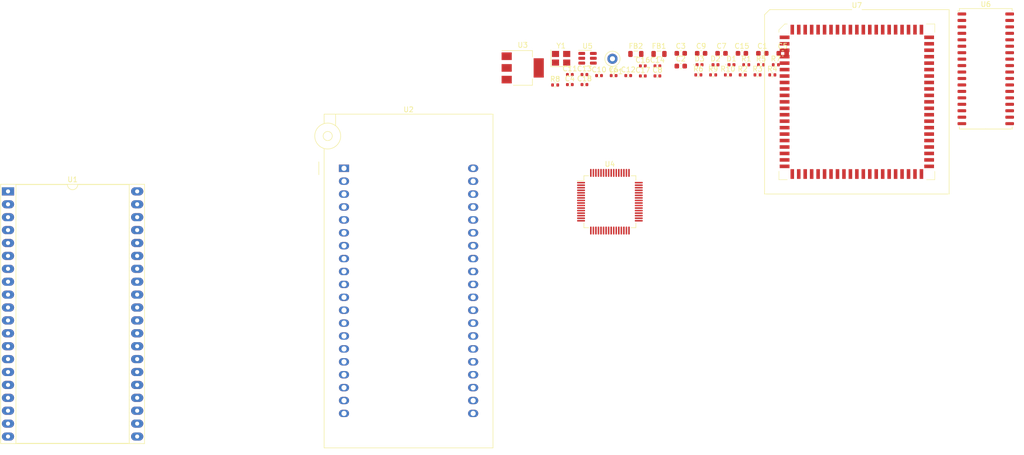
<source format=kicad_pcb>
(kicad_pcb (version 20211014) (generator pcbnew)

  (general
    (thickness 1.6)
  )

  (paper "A4")
  (layers
    (0 "F.Cu" signal)
    (31 "B.Cu" signal)
    (32 "B.Adhes" user "B.Adhesive")
    (33 "F.Adhes" user "F.Adhesive")
    (34 "B.Paste" user)
    (35 "F.Paste" user)
    (36 "B.SilkS" user "B.Silkscreen")
    (37 "F.SilkS" user "F.Silkscreen")
    (38 "B.Mask" user)
    (39 "F.Mask" user)
    (40 "Dwgs.User" user "User.Drawings")
    (41 "Cmts.User" user "User.Comments")
    (42 "Eco1.User" user "User.Eco1")
    (43 "Eco2.User" user "User.Eco2")
    (44 "Edge.Cuts" user)
    (45 "Margin" user)
    (46 "B.CrtYd" user "B.Courtyard")
    (47 "F.CrtYd" user "F.Courtyard")
    (48 "B.Fab" user)
    (49 "F.Fab" user)
    (50 "User.1" user)
    (51 "User.2" user)
    (52 "User.3" user)
    (53 "User.4" user)
    (54 "User.5" user)
    (55 "User.6" user)
    (56 "User.7" user)
    (57 "User.8" user)
    (58 "User.9" user)
  )

  (setup
    (pad_to_mask_clearance 0)
    (pcbplotparams
      (layerselection 0x00010fc_ffffffff)
      (disableapertmacros false)
      (usegerberextensions false)
      (usegerberattributes true)
      (usegerberadvancedattributes true)
      (creategerberjobfile true)
      (svguseinch false)
      (svgprecision 6)
      (excludeedgelayer true)
      (plotframeref false)
      (viasonmask false)
      (mode 1)
      (useauxorigin false)
      (hpglpennumber 1)
      (hpglpenspeed 20)
      (hpglpendiameter 15.000000)
      (dxfpolygonmode true)
      (dxfimperialunits true)
      (dxfusepcbnewfont true)
      (psnegative false)
      (psa4output false)
      (plotreference true)
      (plotvalue true)
      (plotinvisibletext false)
      (sketchpadsonfab false)
      (subtractmaskfromsilk false)
      (outputformat 1)
      (mirror false)
      (drillshape 1)
      (scaleselection 1)
      (outputdirectory "")
    )
  )

  (net 0 "")
  (net 1 "VDD5V")
  (net 2 "GND")
  (net 3 "VDD3V3")
  (net 4 "/OSCI")
  (net 5 "VDD1V8")
  (net 6 "/OSCO")
  (net 7 "Net-(C7-Pad1)")
  (net 8 "Net-(C10-Pad1)")
  (net 9 "Net-(D1-Pad2)")
  (net 10 "/FT_nRXLED")
  (net 11 "Net-(D2-Pad2)")
  (net 12 "/FT_nTXLED")
  (net 13 "Net-(D3-Pad2)")
  (net 14 "Net-(R2-Pad1)")
  (net 15 "EE_CS")
  (net 16 "Net-(R3-Pad1)")
  (net 17 "EE_CLK")
  (net 18 "Net-(R4-Pad1)")
  (net 19 "EE_DATA")
  (net 20 "Net-(R5-Pad1)")
  (net 21 "Net-(R6-Pad1)")
  (net 22 "Net-(R7-Pad2)")
  (net 23 "Net-(R8-Pad2)")
  (net 24 "unconnected-(U2-Pad1)")
  (net 25 "unconnected-(U2-Pad2)")
  (net 26 "unconnected-(U2-Pad3)")
  (net 27 "unconnected-(U2-Pad4)")
  (net 28 "unconnected-(U2-Pad5)")
  (net 29 "unconnected-(U2-Pad6)")
  (net 30 "unconnected-(U2-Pad7)")
  (net 31 "unconnected-(U2-Pad8)")
  (net 32 "unconnected-(U2-Pad9)")
  (net 33 "unconnected-(U2-Pad10)")
  (net 34 "unconnected-(U2-Pad11)")
  (net 35 "unconnected-(U2-Pad12)")
  (net 36 "unconnected-(U2-Pad13)")
  (net 37 "unconnected-(U2-Pad14)")
  (net 38 "unconnected-(U2-Pad15)")
  (net 39 "unconnected-(U2-Pad16)")
  (net 40 "unconnected-(U2-Pad17)")
  (net 41 "unconnected-(U2-Pad18)")
  (net 42 "unconnected-(U2-Pad19)")
  (net 43 "unconnected-(U2-Pad20)")
  (net 44 "unconnected-(U2-Pad21)")
  (net 45 "unconnected-(U2-Pad22)")
  (net 46 "unconnected-(U2-Pad23)")
  (net 47 "unconnected-(U2-Pad24)")
  (net 48 "unconnected-(U2-Pad25)")
  (net 49 "unconnected-(U2-Pad26)")
  (net 50 "unconnected-(U2-Pad27)")
  (net 51 "unconnected-(U2-Pad28)")
  (net 52 "unconnected-(U2-Pad29)")
  (net 53 "unconnected-(U2-Pad30)")
  (net 54 "unconnected-(U2-Pad31)")
  (net 55 "unconnected-(U2-Pad32)")
  (net 56 "unconnected-(U2-Pad33)")
  (net 57 "unconnected-(U2-Pad34)")
  (net 58 "unconnected-(U2-Pad35)")
  (net 59 "unconnected-(U2-Pad36)")
  (net 60 "unconnected-(U2-Pad37)")
  (net 61 "unconnected-(U2-Pad38)")
  (net 62 "unconnected-(U2-Pad39)")
  (net 63 "unconnected-(U2-Pad40)")
  (net 64 "USB_DM")
  (net 65 "USB_DP")
  (net 66 "unconnected-(U4-Pad16)")
  (net 67 "unconnected-(U4-Pad17)")
  (net 68 "unconnected-(U4-Pad18)")
  (net 69 "unconnected-(U4-Pad19)")
  (net 70 "unconnected-(U4-Pad21)")
  (net 71 "unconnected-(U4-Pad22)")
  (net 72 "unconnected-(U4-Pad23)")
  (net 73 "unconnected-(U4-Pad24)")
  (net 74 "unconnected-(U4-Pad26)")
  (net 75 "unconnected-(U4-Pad27)")
  (net 76 "unconnected-(U4-Pad28)")
  (net 77 "unconnected-(U4-Pad29)")
  (net 78 "unconnected-(U4-Pad30)")
  (net 79 "unconnected-(U4-Pad32)")
  (net 80 "unconnected-(U4-Pad33)")
  (net 81 "unconnected-(U4-Pad34)")
  (net 82 "unconnected-(U4-Pad36)")
  (net 83 "unconnected-(U4-Pad38)")
  (net 84 "unconnected-(U4-Pad39)")
  (net 85 "unconnected-(U4-Pad40)")
  (net 86 "unconnected-(U4-Pad41)")
  (net 87 "unconnected-(U4-Pad43)")
  (net 88 "unconnected-(U4-Pad44)")
  (net 89 "unconnected-(U4-Pad45)")
  (net 90 "unconnected-(U4-Pad46)")
  (net 91 "unconnected-(U4-Pad48)")
  (net 92 "unconnected-(U4-Pad52)")
  (net 93 "unconnected-(U4-Pad53)")
  (net 94 "unconnected-(U4-Pad57)")
  (net 95 "unconnected-(U4-Pad58)")
  (net 96 "unconnected-(U4-Pad59)")
  (net 97 "unconnected-(U4-Pad60)")
  (net 98 "Net-(U5-Pad4)")
  (net 99 "Net-(F1-Pad2)")
  (net 100 "Net-(U5-Pad6)")
  (net 101 "unconnected-(U6-Pad1)")
  (net 102 "unconnected-(U6-Pad2)")
  (net 103 "unconnected-(U6-Pad3)")
  (net 104 "unconnected-(U6-Pad4)")
  (net 105 "unconnected-(U6-Pad5)")
  (net 106 "unconnected-(U6-Pad6)")
  (net 107 "unconnected-(U6-Pad7)")
  (net 108 "unconnected-(U6-Pad8)")
  (net 109 "unconnected-(U6-Pad9)")
  (net 110 "unconnected-(U6-Pad10)")
  (net 111 "unconnected-(U6-Pad11)")
  (net 112 "unconnected-(U6-Pad12)")
  (net 113 "unconnected-(U6-Pad13)")
  (net 114 "unconnected-(U6-Pad14)")
  (net 115 "unconnected-(U6-Pad15)")
  (net 116 "unconnected-(U6-Pad16)")
  (net 117 "unconnected-(U6-Pad17)")
  (net 118 "unconnected-(U6-Pad18)")
  (net 119 "unconnected-(U6-Pad19)")
  (net 120 "unconnected-(U6-Pad20)")
  (net 121 "unconnected-(U6-Pad21)")
  (net 122 "unconnected-(U6-Pad22)")
  (net 123 "unconnected-(U6-Pad23)")
  (net 124 "unconnected-(U6-Pad24)")
  (net 125 "unconnected-(U6-Pad25)")
  (net 126 "unconnected-(U6-Pad26)")
  (net 127 "unconnected-(U6-Pad27)")
  (net 128 "unconnected-(U6-Pad28)")
  (net 129 "unconnected-(U6-Pad29)")
  (net 130 "unconnected-(U6-Pad30)")
  (net 131 "unconnected-(U6-Pad31)")
  (net 132 "unconnected-(U6-Pad32)")
  (net 133 "unconnected-(U7-Pad1)")
  (net 134 "unconnected-(U7-Pad2)")
  (net 135 "unconnected-(U7-Pad3)")
  (net 136 "unconnected-(U7-Pad4)")
  (net 137 "unconnected-(U7-Pad5)")
  (net 138 "unconnected-(U7-Pad6)")
  (net 139 "unconnected-(U7-Pad7)")
  (net 140 "unconnected-(U7-Pad8)")
  (net 141 "unconnected-(U7-Pad9)")
  (net 142 "unconnected-(U7-Pad10)")
  (net 143 "unconnected-(U7-Pad11)")
  (net 144 "unconnected-(U7-Pad12)")
  (net 145 "unconnected-(U7-Pad13)")
  (net 146 "unconnected-(U7-Pad14)")
  (net 147 "unconnected-(U7-Pad15)")
  (net 148 "unconnected-(U7-Pad16)")
  (net 149 "unconnected-(U7-Pad17)")
  (net 150 "unconnected-(U7-Pad18)")
  (net 151 "unconnected-(U7-Pad19)")
  (net 152 "unconnected-(U7-Pad20)")
  (net 153 "unconnected-(U7-Pad21)")
  (net 154 "unconnected-(U7-Pad22)")
  (net 155 "unconnected-(U7-Pad23)")
  (net 156 "unconnected-(U7-Pad24)")
  (net 157 "unconnected-(U7-Pad25)")
  (net 158 "unconnected-(U7-Pad26)")
  (net 159 "unconnected-(U7-Pad27)")
  (net 160 "unconnected-(U7-Pad28)")
  (net 161 "unconnected-(U7-Pad29)")
  (net 162 "unconnected-(U7-Pad30)")
  (net 163 "unconnected-(U7-Pad31)")
  (net 164 "unconnected-(U7-Pad32)")
  (net 165 "unconnected-(U7-Pad33)")
  (net 166 "unconnected-(U7-Pad34)")
  (net 167 "unconnected-(U7-Pad35)")
  (net 168 "unconnected-(U7-Pad36)")
  (net 169 "unconnected-(U7-Pad37)")
  (net 170 "unconnected-(U7-Pad38)")
  (net 171 "unconnected-(U7-Pad39)")
  (net 172 "unconnected-(U7-Pad40)")
  (net 173 "unconnected-(U7-Pad41)")
  (net 174 "unconnected-(U7-Pad42)")
  (net 175 "unconnected-(U7-Pad43)")
  (net 176 "unconnected-(U7-Pad44)")
  (net 177 "unconnected-(U7-Pad45)")
  (net 178 "unconnected-(U7-Pad46)")
  (net 179 "unconnected-(U7-Pad47)")
  (net 180 "unconnected-(U7-Pad48)")
  (net 181 "unconnected-(U7-Pad49)")
  (net 182 "unconnected-(U7-Pad50)")
  (net 183 "unconnected-(U7-Pad51)")
  (net 184 "unconnected-(U7-Pad52)")
  (net 185 "unconnected-(U7-Pad53)")
  (net 186 "unconnected-(U7-Pad54)")
  (net 187 "unconnected-(U7-Pad55)")
  (net 188 "unconnected-(U7-Pad56)")
  (net 189 "unconnected-(U7-Pad57)")
  (net 190 "unconnected-(U7-Pad58)")
  (net 191 "unconnected-(U7-Pad59)")
  (net 192 "unconnected-(U7-Pad60)")
  (net 193 "unconnected-(U7-Pad61)")
  (net 194 "unconnected-(U7-Pad62)")
  (net 195 "unconnected-(U7-Pad63)")
  (net 196 "unconnected-(U7-Pad64)")
  (net 197 "unconnected-(U7-Pad65)")
  (net 198 "unconnected-(U7-Pad66)")
  (net 199 "unconnected-(U7-Pad67)")
  (net 200 "unconnected-(U7-Pad68)")
  (net 201 "unconnected-(U7-Pad69)")
  (net 202 "unconnected-(U7-Pad70)")
  (net 203 "unconnected-(U7-Pad71)")
  (net 204 "unconnected-(U7-Pad72)")
  (net 205 "unconnected-(U7-Pad73)")
  (net 206 "unconnected-(U7-Pad74)")
  (net 207 "unconnected-(U7-Pad75)")
  (net 208 "unconnected-(U7-Pad76)")
  (net 209 "unconnected-(U7-Pad77)")
  (net 210 "unconnected-(U7-Pad78)")
  (net 211 "unconnected-(U7-Pad79)")
  (net 212 "unconnected-(U7-Pad80)")
  (net 213 "unconnected-(U7-Pad81)")
  (net 214 "unconnected-(U7-Pad82)")
  (net 215 "unconnected-(U7-Pad83)")
  (net 216 "unconnected-(U7-Pad84)")
  (net 217 "unconnected-(U1-Pad1)")
  (net 218 "unconnected-(U1-Pad2)")
  (net 219 "unconnected-(U1-Pad3)")
  (net 220 "unconnected-(U1-Pad4)")
  (net 221 "unconnected-(U1-Pad5)")
  (net 222 "unconnected-(U1-Pad6)")
  (net 223 "unconnected-(U1-Pad7)")
  (net 224 "unconnected-(U1-Pad8)")
  (net 225 "unconnected-(U1-Pad9)")
  (net 226 "unconnected-(U1-Pad10)")
  (net 227 "unconnected-(U1-Pad11)")
  (net 228 "unconnected-(U1-Pad12)")
  (net 229 "unconnected-(U1-Pad13)")
  (net 230 "unconnected-(U1-Pad14)")
  (net 231 "unconnected-(U1-Pad15)")
  (net 232 "unconnected-(U1-Pad16)")
  (net 233 "unconnected-(U1-Pad17)")
  (net 234 "unconnected-(U1-Pad18)")
  (net 235 "unconnected-(U1-Pad19)")
  (net 236 "unconnected-(U1-Pad20)")
  (net 237 "unconnected-(U1-Pad21)")
  (net 238 "unconnected-(U1-Pad22)")
  (net 239 "unconnected-(U1-Pad23)")
  (net 240 "unconnected-(U1-Pad24)")
  (net 241 "unconnected-(U1-Pad25)")
  (net 242 "unconnected-(U1-Pad26)")
  (net 243 "unconnected-(U1-Pad27)")
  (net 244 "unconnected-(U1-Pad28)")
  (net 245 "unconnected-(U1-Pad29)")
  (net 246 "unconnected-(U1-Pad30)")
  (net 247 "unconnected-(U1-Pad31)")
  (net 248 "unconnected-(U1-Pad32)")
  (net 249 "unconnected-(U1-Pad33)")
  (net 250 "unconnected-(U1-Pad34)")
  (net 251 "unconnected-(U1-Pad35)")
  (net 252 "unconnected-(U1-Pad36)")
  (net 253 "unconnected-(U1-Pad37)")
  (net 254 "unconnected-(U1-Pad38)")
  (net 255 "unconnected-(U1-Pad39)")
  (net 256 "unconnected-(U1-Pad40)")

  (footprint "Resistor_SMD:R_0402_1005Metric" (layer "F.Cu") (at 197.804 55.04))

  (footprint "Capacitor_SMD:C_0402_1005Metric" (layer "F.Cu") (at 157.984 54.98))

  (footprint "LED_SMD:LED_0402_1005Metric" (layer "F.Cu") (at 189.769 53.05))

  (footprint "Capacitor_SMD:C_0603_1608Metric" (layer "F.Cu") (at 199.844 50.8))

  (footprint "Resistor_SMD:R_0402_1005Metric" (layer "F.Cu") (at 155.094 57.03))

  (footprint "Capacitor_SMD:C_0402_1005Metric" (layer "F.Cu") (at 157.984 56.95))

  (footprint "Package_TO_SOT_SMD:SOT-223-3_TabPin2" (layer "F.Cu") (at 148.714 53.67))

  (footprint "Capacitor_SMD:C_0402_1005Metric" (layer "F.Cu") (at 160.854 56.95))

  (footprint "Capacitor_SMD:C_0402_1005Metric" (layer "F.Cu") (at 172.334 53.28))

  (footprint "Capacitor_SMD:C_0603_1608Metric" (layer "F.Cu") (at 183.804 50.8))

  (footprint "Capacitor_SMD:C_0603_1608Metric" (layer "F.Cu") (at 187.814 50.8))

  (footprint "Inductor_SMD:L_0805_2012Metric" (layer "F.Cu") (at 175.514 50.92))

  (footprint "Resistor_SMD:R_0402_1005Metric" (layer "F.Cu") (at 191.984 55.04))

  (footprint "Package_SO:SOJ-36_10.16x23.49mm_P1.27mm" (layer "F.Cu") (at 239.776 53.848))

  (footprint "Package_QFP:LQFP-64_10x10mm_P0.5mm" (layer "F.Cu") (at 165.862 80.01))

  (footprint "Capacitor_SMD:C_0402_1005Metric" (layer "F.Cu") (at 169.464 55.18))

  (footprint "Capacitor_SMD:C_0402_1005Metric" (layer "F.Cu") (at 166.594 55.18))

  (footprint "Socket:DIP_Socket-40_W22.1_W22.86_W25.4_W27.94_W28.7_3M_240-3639-00-0602J" (layer "F.Cu") (at 113.569 73.43))

  (footprint "LED_SMD:LED_0402_1005Metric" (layer "F.Cu") (at 183.489 53.05))

  (footprint "Capacitor_SMD:C_0402_1005Metric" (layer "F.Cu") (at 163.724 55.18))

  (footprint "TestPoint:TestPoint_Loop_D1.80mm_Drill1.0mm_Beaded" (layer "F.Cu") (at 166.364 51.87))

  (footprint "Inductor_SMD:L_0805_2012Metric" (layer "F.Cu") (at 170.964 50.92))

  (footprint "Resistor_SMD:R_0402_1005Metric" (layer "F.Cu") (at 192.674 53.05))

  (footprint "Capacitor_SMD:C_0402_1005Metric" (layer "F.Cu") (at 172.334 55.25))

  (footprint "Package_TO_SOT_SMD:SOT-23-6" (layer "F.Cu") (at 161.464 51.77))

  (footprint "Capacitor_SMD:C_0402_1005Metric" (layer "F.Cu") (at 160.854 54.98))

  (footprint "LED_SMD:LED_0402_1005Metric" (layer "F.Cu") (at 186.629 53.05))

  (footprint "Resistor_SMD:R_0402_1005Metric" (layer "F.Cu") (at 195.584 53.05))

  (footprint "Resistor_SMD:R_0402_1005Metric" (layer "F.Cu") (at 189.074 55.04))

  (footprint "Capacitor_SMD:C_0402_1005Metric" (layer "F.Cu") (at 175.204 55.25))

  (footprint "Capacitor_SMD:C_0603_1608Metric" (layer "F.Cu") (at 191.824 50.8))

  (footprint "Resistor_SMD:R_0402_1005Metric" (layer "F.Cu") (at 194.894 55.04))

  (footprint "Resistor_SMD:R_0402_1005Metric" (layer "F.Cu") (at 198.494 53.05))

  (footprint "Capacitor_SMD:C_0402_1005Metric" (layer "F.Cu") (at 175.204 53.28))

  (footprint "Package_DIP:DIP-40_W25.4mm_Socket_LongPads" (layer "F.Cu") (at 47.498 77.978))

  (footprint "Capacitor_SMD:C_0603_1608Metric" (layer "F.Cu") (at 195.834 50.8))

  (footprint "Crystal:Crystal_SMD_3225-4Pin_3.2x2.5mm" (layer "F.Cu") (at 156.264 51.77))

  (footprint "Capacitor_SMD:C_0603_1608Metric" (layer "F.Cu") (at 179.794 53.31))

  (footprint "Resistor_SMD:R_0402_1005Metric" (layer "F.Cu") (at 186.164 55.04))

  (footprint "Resistor_SMD:R_0402_1005Metric" (layer "F.Cu") (at 183.254 55.04))

  (footprint "Package_LCC:PLCC-84_SMD-Socket" (layer "F.Cu")
    (tedit 5A02ECC8) (tstamp f6ce80ee-e3a4-4d9d-b646-26562b88ae95)
    (at 214.426 60.348)
    (descr "PLCC, 84 pins, surface mount")
    (tags "plcc smt")
    (property "MANUFACTURER" "Microchip")
    (property "Sheetfile" "File: Z80ICE.kicad_sch")
    (property "Sheetname" "")
    (path "/d01cfa5a-bf72-4cdd-9fb9-741f9ede43bb")
    (attr smd)
    (fp_text reference "U7" (at 0 -19) (layer "F.SilkS")
      (effects (font (size 1 1) (thickness 0.15)))
      (tstamp c130dbdb-6dc0-42dc-a126-1c26347e64a6)
    )
    (fp_text value "ATF1508ASL-25AU100" (at 0 19) (layer "F.Fab")
      (effects (font (size 1 1) (thickness 0.15)))
      (tstamp f3dac156-513d-4787-bfd4-fa262255847b)
    )
    (fp_text user "${REFERENCE}" (at 0 0) (layer "F.Fab")
      (effects (font (size 1 1) (thickness 0.15)))
      (tstamp ca065f69-9b86-47f9-900f-f4a7bf93f754)
    )
    (fp_line (start -14.175 -15.325) (end -15.325 -14.175) (layer "F.SilkS") (width 0.1) (tstamp 00525909-08a1-4659-93db-9c6fc9c37c9f))
    (fp_line (start -15.325 -14.175) (end -15.325 -13.675) (layer "F.SilkS") (width 0.1) (tstamp 08ea24e1-e85f-4852-8705-38edbb3d8252))
    (fp_line (start 18.15 -18.15) (end 1 -18.15) (layer "F.SilkS") (width 0.12) (tstamp 126debea-4f0f-4684-ad03-132aea8ad2bd))
    (fp_line (start -1 -18.15) (end -17.15 -18.15) (layer "F.SilkS") (width 0.12) (tstamp 1c2733a0-b7c2-4c19-934b-fdc1605e9945))
    (fp_line (start 15.325 -15.325) (end 15.325 -13.675) (layer "F.SilkS") (width 0.1) (tstamp 53a523f1-7a8a-4d44-a7f5-03c5a657d8a4))
    (fp_line (start 13.675 -15.325) (end 15.325 -15.325) (layer "F.SilkS") (width 0.1) (tstamp 6cde9f8b-5853-4d88-8da5-154c9f6422dc))
    (fp_line (start -18.15 18.15) (end 18.15 18.15) (layer "F.SilkS") (width 0.12) (tstamp 8105732b-30d5-470f-b445-6d106e4cad68))
    (fp_line (start -13.675 -15.325) (end -14.175 -15.325) (layer "F.SilkS") (width 0.1) (tstamp 8274a9e4-0662-4322-aad0-82e111d029ed))
    (fp_line (start -13.675 15.325) (end -15.325 15.325) (layer "F.SilkS") (width 0.1) (tstamp 85c4ed3c-5ecf-4166-a0cf-2130938b044d))
    (fp_line (start -15.325 15.325) (end -15.325 13.675) (layer "F.SilkS") (width 0.1) (tstamp c1dbeb90-81b1-4041-a5da-f17134bfb426))
    (fp_line (start -18.15 -17.15) (end -18.15 18.15) (layer "F.SilkS") (width 0.12) (tstamp dcc5c27f-af94-4dc5-bb82-448200a8c51e))
    (fp_line (start 13.675 15.325) (end 15.325 15.325) (layer "F.SilkS") (width 0.1) (tstamp f3d2e238-3902-418d-ad62-2cdc4df70b28))
    (fp_line (start 18.15 18.15) (end 18.15 -18.15) (layer "F.SilkS") (width 0.12) (tstamp f7c4e0bd-02fa-4b1d-b646-818ce7a1ccf5))
    (fp_line (start -17.15 -18.15) (end -18.15 -17.15) (layer "F.SilkS") (width 0.12) (tstamp f873c2a5-6a9c-4a55-b040-3837b70c5d2d))
    (fp_line (start 15.325 15.325) (end 15.325 13.675) (layer "F.SilkS") (width 0.1) (tstamp f99cf172-76c0-470c-a494-2db2c278f13c))
    (fp_line (start 18.5 -18.5) (end -18.5 -18.5) (layer "F.CrtYd") (width 0.05) (tstamp 62227ac4-85e0-421a-9acc-e782dc78fdc9))
    (fp_line (start 18.5 18.5) (end 18.5 -18.5) (layer "F.CrtYd") (width 0.05) (tstamp 6fa6a631-35e3-4426-8e01-9916993dec77))
    (fp_line (start -18.5 18.5) (end 18.5 18.5) (layer "F.CrtYd") (width 0.05) (tstamp 7258f842-336f-48dd-81c1-ebf878ef9a3a))
    (fp_line (start -18.5 -18.5) (end -18.5 18.5) (layer "F.CrtYd") (width 0.05) (tstamp e44d75d6-a7b0-46e2-874d-8cb06d17846b))
    (fp_line (start -16.73 16.73) (end 16.73 16.73) (layer "F.Fab") (width 0.1) (tstamp 06555a6b-b2ac-464e-9909-140b44920d4f))
    (fp_line (start -18 18) (end 18 18) (layer "F.Fab") (width 0.1) (tstamp 0ac35abd-f6c7-454a-8d88-ebdb1307fec7))
    (fp_line (start -18 -17) (end -18 18) (layer "F.Fab") (width 0.1) (tstamp 336567ab-a14d-4094-a2ec-efe4548a06b1))
    (fp_line (start -15.175 -14.175) (end -15.175 15.175) (layer "F.Fab") (width 0.1) (tstamp 372261b5-3d41-410d-a104-f0edb75dafd9))
    (fp_line (start 16.73 16.73) (end 16.73 -16.73) (layer "F.Fab") (width 0.1) (tstamp 3fe4de9b-9061-4dad-a567-4ce231745b92))
    (fp_line (start 16.73 -16.73) (end -16.73 -16.73) (layer "F.Fab") (width 0.1) (tstamp 535814a8-ad73-468d-a1f3-4a85fc8130fc))
    (fp_line (start 15.175 -15.175) (end -14.175 -15.175) (layer "F.Fab") (width 0.1) (tstamp 53ce35db-3ae4-47ca-a765-822df74345f5))
    (fp_line (start -17 -18) (end -18 -17) (layer "F.Fab") (width 0.1) (tstamp 607ff64f-f9c9-4b2e-9b18-9bc70e109a46))
    (fp_line (start -0.5 -18) (end 0 -17) (layer "F.Fab") (width 0.1) (tstamp 7776d962-19d2-44ae-8198-168abe6e78f5))
    (fp_line (start -14.175 -15.175) (end -15.175 -14.175) (layer "F.Fab") (width 0.1) (tstamp 80edf9a1-24be-4321-bc4c-527a79f9a253))
    (fp_line (start 18 -18) (end -17 -18) (layer "F.Fab") (width 0.1) (tstamp 88e583ab-f422-465c-b8fa-44f4bf8ba910))
    (fp_line (start 18 18) (end 18 -18) (layer "F.Fab") (width 0.1) (tstamp acbf0ef0-f2a4-4397-b847-1942abc0e995))
    (fp_line (start 15.175 15.175) (end 15.175 -15.175) (layer "F.Fab") (width 0.1) (tstamp b540fb5d-2488-4adc-84c9-7a394584d16a))
    (fp_line (start -16.73 -16.73) (end -16.73 16.73) (layer "F.Fab") (width 0.1) (tstamp dfa6729b-30e0-45dc-a073-efefea1a3527))
    (fp_line (start -15.175 15.175) (end 15.175 15.175) (layer "F.Fab") (width 0.1) (tstamp e7440f7e-a7e5-4f8c-8ad9-0d429a3c1edd))
    (fp_line (start 0 -17) (end 0.5 -18) (layer "F.Fab") (width 0.1) (tstamp f37c88c1-5516-402c-995e-f38c635ae5ff))
    (pad "1" smd rect (at 0 -14.2125) (size 0.7 1.925) (layers "F.Cu" "F.Paste" "F.Mask")
      (net 133 "unconnected-(U7-Pad1)") (pinfunction "I/1/GCLR") (pintype "bidirectional") (tstamp af061e56-1bfc-48bb-a351-21f33ee18535))
    (pad "2" smd rect (at -1.27 -14.2125) (size 0.7 1.925) (layers "F.Cu" "F.Paste" "F.Mask")
      (net 134 "unconnected-(U7-Pad2)") (pinfunction "I/2/OE2/GCLK2") (pintype "bidirectional") (tstamp d0778dd8-f677-4d7e-9ce7-7e5cba57dff3))
    (pad "3" smd rect (at -2.54 -14.2125) (size 0.7 1.925) (layers "F.Cu" "F.Paste" "F.Mask")
      (net 135 "unconnected-(U7-Pad3)") (pinfunction "VCCINT") (pintype "power_in") (tstamp 8ebfed92-5b06-4d88-a9b4-2abb3c6361c5))
    (pad "4" smd rect (at -3.81 -14.2125) (size 0.7 1.925) (layers "F.Cu" "F.Paste" "F.Mask")
      (net 136 "unconnected-(U7-Pad4)") (pinfunction "I/O/4") (pintype "bidirectional") (tstamp 6dbc645d-faa6-46fb-bc08-3aaa0ab54088))
    (pad "5" smd rect (at -5.08 -14.2125) (size 0.7 1.925) (layers "F.Cu" "F.Paste" "F.Mask")
      (net 137 "unconnected-(U7-Pad5)") (pinfunction "I/O/5") (pintype "bidirectional") (tstamp e77e3af2-396b-4bb6-8ad4-bd1de0c89a5b))
    (pad "6" smd rect (at -6.35 -14.2125) (size 0.7 1.925) (layers "F.Cu" "F.Paste" "F.Mask")
      (net 138 "unconnected-(U7-Pad6)") (pinfunction "I/O/6") (pintype "bidirectional") (tstamp 0982b255-f6db-4d70-ae9d-ae96b456c465))
    (pad "7" smd rect (at -7.62 -14.2125) (size 0.7 1.925) (layers "F.Cu" "F.Paste" "F.Mask")
      (net 139 "unconnected-(U7-Pad7)") (pinfunction "GND") (pintype "power_in") (tstamp 63a0d6a6-6848-4506-95ed-be6345d26c74))
    (pad "8" smd rect (at -8.89 -14.2125) (size 0.7 1.925) (layers "F.Cu" "F.Paste" "F.Mask")
      (net 140 "unconnected-(U7-Pad8)") (pinfunction "I/O/8") (pintype "bidirectional") (tstamp e492fa6e-c25f-429f-ad06-2549384c07a0))
    (pad "9" smd rect (at -10.16 -14.2125) (size 0.7 1.925) (layers "F.Cu" "F.Paste" "F.Mask")
      (net 141 "unconnected-(U7-Pad9)") (pinfunction "I/O/9") (pintype "bidirectional") (tstamp 1e3178bc-a52a-4e22-adb3-169abb8f149b))
    (pad "10" smd rect (at -11.43 -14.2125) (size 0.7 1.925) (layers "F.Cu" "F.Paste" "F.Mask")
      (net 142 "unconnected-(U7-Pad10)") (pinfunction "I/O/10") (pintype "bidirectional") (tstamp d0cb7085-39e3-4c19-b75b-08b41ad5fe04))
    (pad "11" smd rect (at -12.7 -14.2125) (size 0.7 1.925) (layers "F.Cu" "F.Paste" "F.Mask")
      (net 143 "unconnected-(U7-Pad11)") (pinfunction "I/O/11") (pintype "bidirectional") (tstamp afed2ab1-5a3d-405b-8601-0656d90fb56a))
    (pad "12" smd rect (at -14.2125 -12.7) (size 1.925 0.7) (layers "F.Cu" "F.Paste" "F.Mask")
      (net 144 "unconnected-(U7-Pad12)") (pinfunction "I/O/12/PD1") (pintype "bidirectional") (tstamp 2fbd7805-5469-4a21-a44b-f5b145f07f5c))
    (pad "13" smd rect (at -14.2125 -11.43) (size 1.925 0.7) (layers "F.Cu" "F.Paste" "F.Mask")
      (net 145 "unconnected-(U7-Pad13)") (pinfunction "VCCIO") (pintype "power_in") (tstamp ebaa9eee-b484-4d97-93a6-41e3a2516847))
    (pad "14" smd rect (at -14.2125 -10.16) (size 1.925 0.7) (layers "F.Cu" "F.Paste" "F.Mask")
      (net 146 "unconnected-(U7-Pad14)") (pinfunction "I/O/14/TDI") (pintype "bidirectional") (tstamp 83fb191d-0ac7-4875-a573-e95de4beafaf))
    (pad "15" smd rect (at -14.2125 -8.89) (size 1.925 0.7) (layers "F.Cu" "F.Paste" "F.Mask")
      (net 147 "unconnected-(U7-Pad15)") (pinfunction "I/O/15") (pintype "bidirectional") (tstamp a2187c4e-dc19-4c47-8281-4276d107df15))
    (pad "16" smd rect (at -14.2125 -7.62) (size 1.925 0.7) (layers "F.Cu" "F.Paste" "F.Mask")
      (net 148 "unconnected-(U7-Pad16)") (pinfunction "I/O/16") (pintype "bidirectional") (tstamp 560ec3f4-cbff-410a-88eb-6635963bdb62))
    (pad "17" smd rect (at -14.2125 -6.35) (size 1.925 0.7) (layers "F.Cu" "F.Paste" "F.Mask")
      (net 149 "unconnected-(U7-Pad17)") (pinfunction "I/O/17") (pintype "bidirectional") (tstamp 56ba3e97-ecf6-45ac-946d-22b77ec38713))
    (pad "18" smd rect (at -14.2125 -5.08) (size 1.925 0.7) (layers "F.Cu" "F.Paste" "F.Mask")
      (net 150 "unconnected-(U7-Pad18)") (pinfunction "I/O/18") (pintype "bidirectional") (tstamp 0bbc182e-a53f-484b-902d-9562dd6ec97f))
    (pad "19" smd rect (at -14.2125 -3.81) (size 1.925 0.7) (layers "F.Cu" "F.Paste" "F.Mask")
      (net 151 "unconnected-(U7-Pad19)") (pinfunction "GND") (pintype "power_in") (tstamp 20087f07-cd80-4b70-afa2-ec205e3015c9))
    (pad "20" smd rect (at -14.2125 -2.54) (size 1.925 0.7) (layers "F.Cu" "F.Paste" "F.Mask")
      (net 152 "unconnected-(U7-Pad20)") (pinfunction "I/O/20") (pintype "bidirectional") (tstamp bd187dfc-4055-4249-8bf0-a86081fefd77))
    (pad "21" smd rect (at -14.2125 -1.27) (size 1.925 0.7) (layers "F.Cu" "F.Paste" "F.Mask")
      (net 153 "unconnected-(U7-Pad21)") (pinfunction "I/O/21") (pintype "bidirectional") (tstamp 21f26630-6b84-46c5-9734-48b53bfe9d69))
    (pad "22" smd rect (at -14.2125 0) (size 1.925 0.7) (layers "F.Cu" "F.Paste" "F.Mask")
      (net 154 "unconnected-(U7-Pad22)") (pinfunction "I/O/22") (pintype "bidirectional") (tstamp b9eed9a3-958b-4d7f-b43c-6ab6a0855c76))
    (pad "23" smd rect (at -14.2125 1.27) (size 1.925 0.7) (layers "F.Cu" "F.Paste" "F.Mask")
      (net 155 "unconnected-(U7-Pad23)") (pinfunction "I/O/23/TMS") (pintype "bidirectional") (tstamp 6611845b-5ae9-434c-8dbd-9cbd7b95bfbf))
    (pad "24" smd rect (at -14.2125 2.54) (size 1.925 0.7) (layers "F.Cu" "F.Paste" "F.Mask")
      (net 156 "unconnected-(U7-Pad24)") (pinfunction "I/O/24") (pintype "bidirectional") (tstamp b8640426-55dd-4143-ac3c-f2b43eb5fd85))
    (pad "25" smd rect (at -14.2125 3.81) (size 1.925 0.7) (layers "F.Cu" "F.Paste" "F.Mask")
      (net 157 "unconnected-(U7-Pad25)") (pinfunction "I/O/25") (pintype "bidirectional") (tstamp c12d9359-11b4-4054-a82b-7998e7bf29a8))
    (pad "26" smd rect (at -14.2125 5.08) (size 1.925 0.7) (layers "F.Cu" "F.Paste" "F.Mask")
      (net 158 "unconnected-(U7-Pad26)") (pinfunction "VCCIO") (pintype "power_in") (tstamp b53935be-5b4d-4165-bf67-dae79820b3fd))
    (pad "27" smd rect (at -14.2125 6.35) (size 1.925 0.7) (layers "F.Cu" "F.Paste" "F.Mask")
      (net 159 "unconnected-(U7-Pad27)") (pinfunction "I/O/27") (pintype "bidirectional") (tstamp 5685c2cb-b3b7-4f09-a53f-db9367727646))
    (pad "28" smd rect (at -14.2125 7.62) (size 1.925 0.7) (layers "F.Cu" "F.Paste" "F.Mask")
      (net 160 "unconnected-(U7-Pad28)") (pinfunction "I/O/28") (pintype "bidirectional") (tstamp ff5f5f24-4be9-4062-a507-5f8eaf135966))
    (pad "29" smd rect (at -14.2125 8.89) (size 1.925 0.7) (layers "F.Cu" "F.Paste" "F.Mask")
      (net 161 "unconnected-(U7-Pad29)") (pinfunction "I/O/29") (pintype "bidirectional") (tstamp edd04752-5f8c-492d-a839-ea40f9a7b937))
    (pad "30" smd rect (at -14.2125 10.16) (size 1.925 0.7) (layers "F.Cu" "F.Paste" "F.Mask")
      (net 162 "unconnected-(U7-Pad30)") (pinfunction "I/O/30") (pintype "bidirectional") (tstamp 0b679113-bb32-4c12-9273-3916dd6fe54f))
    (pad "31" smd rect (at -14.2125 11.43) (size 1.925 0.7) (layers "F.Cu" "F.Paste" "F.Mask")
      (net 163 "unconnected-(U7-Pad31)") (pinfunction "I/O/31") (pintype "bidirectional") (tstamp df191485-78ca-4aed-8c6b-4c8c2b9f1bba))
    (pad "32" smd rect (at -14.2125 12.7) (size 1.925 0.7) (layers "F.Cu" "F.Paste" "F.Mask")
      (net 164 "unconnected-(U7-Pad32)") (pinfunction "GND") (pintype "power_in") (tstamp 9ad9f502-df80-4635-bca0-0e70b1e02c26))
    (pad "33" smd rect (at -12.7 14.2125) (size 0.7 1.925) (layers "F.Cu" "F.Paste" "F.Mask")
      (net 165 "unconnected-(U7-Pad33)") (pinfunction "I/O/33") (pintype "bidirectional") (tstamp cc6f3611-e20e-46d4-a23c-53691a31395c))
    (pad "34" smd rect (at -11.43 14.2125) (size 0.7 1.925) (layers "F.Cu" "F.Paste" "F.Mask")
      (net 166 "unconnected-(U7-Pad34)") (pinfunction "I/O/34") (pintype "bidirectional") (tstamp c7948ef7-eb35-4347-bad8-edd777525cb3))
    (pad "35" smd rect (at -10.16 14.2125) (size 0.7 1.925) (layers "F.Cu" "F.Paste" "F.Mask")
      (net 167 "unconnected-(U7-Pad35)") (pinfunction "I/O/35") (pintype "bidirectional") (tstamp f4c730c9-b2dd-4dac-9003-811738faa330))
    (pad "36" smd rect (at -8.89 14.2125) (size 0.7 1.925) (layers "F.Cu" "F.Paste" "F.Mask")
      (net 168 "unconnected-(U7-Pad36)") (pinfunction "I/O/36") (pintype "bidirectional") (tstamp 19bf2a39-de76-4d10-ba94-13ecabd9770e))
    (pad "37" smd rect (at -7.62 14.2125) (size 0.7 1.925) (layers "F.Cu" "F.Paste" "F.Mask")
      (net 169 "unconnected-(U7-Pad37)") (pinfunction "I/O/37") (pintype "bidirectional") (tstamp a0a0e06d-1321-4fc4-aaa3-a24d4b1e5c98))
    (pad "38" smd rect (at -6.35 14.2125) (size 0.7 1.925) (layers "F.Cu" "F.Paste" "F.Mask")
      (net 170 "unconnected-(U7-Pad38)") (pinfunction "VCCIO") (pintype "power_in") (tstamp 547b58d9-4c11-4a8d-869f-eab316675a3d))
    (pad "39" smd rect (at -5.08 14.2125) (size 0.7 1.925) (layers "F.Cu" "F.Paste" "F.Mask")
      (net 171 "unconnected-(U7-Pad39)") (pinfunction "I/O/39") (pintype "bidirectional") (tstamp af2c5d06-dbf6-4e4a-89e9-f8f5a0e64b3b))
    (pad "40" smd rect (at -3.81 14.2125) (size 0.7 1.925) (layers "F.Cu" "F.Paste" "F.Mask")
      (net 172 "unconnected-(U7-Pad40)") (pinfunction "I/O/40") (pintype "bidirectional") (tstamp ba9a0e8c-d3e3-4734-86a6-c4b8ae63d26e))
    (pad "41" smd rect (at -2.54 14.2125) (size 0.7 1.925) (layers "F.Cu" "F.Paste" "F.Mask")
      (net 173 "unconnected-(U7-Pad41)") (pinfunction "I/O/41") (pintype "bidirectional") (tstamp da051780-cf91-4619-a2df-bab7fce2efd5))
    (pad "42" smd rect (at -1.27 14.2125) (size 0.7 1.925) (layers "F.Cu" "F.Paste" "F.Mask")
      (net 174 "unconnected-(U7-Pad42)") (pinfunction "GND") (pintype "power_in") (tstamp f7fab650-52ee-4335-9bcd-12e239ce970b))
    (pad "43" smd rect (at 0 14.2125) (size 0.7 1.925) (layers "F.Cu" "F.Paste" "F.Mask")
      (net 175 "unconnected-(U7-Pad43)") (pinfunction "VCCINT") (pintype "power_in") (tstamp 6a2c6405-11af-4172-8293-bd22d6a1e5f0))
    (pad "44" smd rect (at 1.27 14.2125) (size 0.7 1.925) (layers "F.Cu" "F.Paste" "F.Mask")
      (net 176 "unconnected-(U7-Pad44)") (pinfunction "I/O/44") (pintype "bidirectional") (tstamp ae915f4f-d678-463d-bcfc-b8cdca8ce1ea))
    (pad "45" smd rect (at 2.54 14.2125) (size 0.7 1.925) (layers "F.Cu" "F.Paste" "F.Mask")
      (net 177 "unconnected-(U7-Pad45)") (pinfunction "I/O/45/PD2") (pintype "bidirectional") (tstamp a2d5782b-bfbd-479d-aff1-9a564622ecdf))
    (pad "46" smd rect (at 3.81 14.2125) (size 0.7 1.925) (layers "F.Cu" "F.Paste" "F.Mask")
      (net 178 "unconnected-(U7-Pad46)") (pinfunction "I/O/46") (pintype "bidirectional") (tstamp a2145838-851e-4efe-bda5-a9b058b7406e))
    (pad "47" smd rect (at 5.08 14.2125) (size 0.7 1.925) (layers "F.Cu" "F.Paste" "F.Mask")
      (net 179 "unconnected-(U7-Pad47)") (pinfunction "GND") (pintype "power_in") (tstamp e9d69c85-1a56-4f24-987c-90020cd7dab2))
    (pad "48" smd rect (at 6.35 14.2125) (size 0.7 1.925) (layers "F.Cu" "F.Paste" "F.Mask")
      (net 180 "unconnected-(U7-Pad48)") (pinfunction "I/O/48") (pintype "bidirectional") (tstamp 536c4168-6fea-46bc-aa75-28fee632296a))
    (pad "49" smd rect (at 7.62 14.2125) (size 0.7 1.925) (layers "F.Cu" "F.Paste" "F.Mask")
      (net 181 "unconnected-(U7-Pad49)") (pinfunction "I/O/49") (pintype "bidirectional") (tstamp d9cdac11-95c6-43de-ae24-9c6de0065130))
    (pad "50" smd rect (at 8.89 14.2125) (size 0.7 1.925) (layers "F.Cu" "F.Paste" "F.Mask")
      (net 182 "unconnected-(U7-Pad50)") (pinfunction "I/O/50") (pintype "bidirectional") (tstamp 5f6516d3-1a32-4b30-a820-b32ba5bc908d))
    (pad "51" smd rect (at 10.16 14.2125) (size 0.7 1.925) (layers "F.Cu" "F.Paste" "F.Mask")
      (net 183 "unconnected-(U7-Pad51)") (pinfunction "I/O/51") (pintype "bidirectional") (tstamp 92525011-e639-442f-bc53-bd6e2eb71509))
    (pad "52" smd rect (at 11.43 14.2125) (size 0.7 1.925) (layers "F.Cu" "F.Paste" "F.Mask")
      (net 184 "unconnected-(U7-Pad52)") (pinfunction "I/O/52") (pintype "bidirectional") (tstamp 03d61f89-8099-47f0-9c18-1ab797cee760))
    (pad "53" smd rect (at 12.7 14.2125) (size 0.7 1.925) (layers "F.Cu" "F.Paste" "F.Mask")
      (net 185 "unconnected-
... [10430 chars truncated]
</source>
